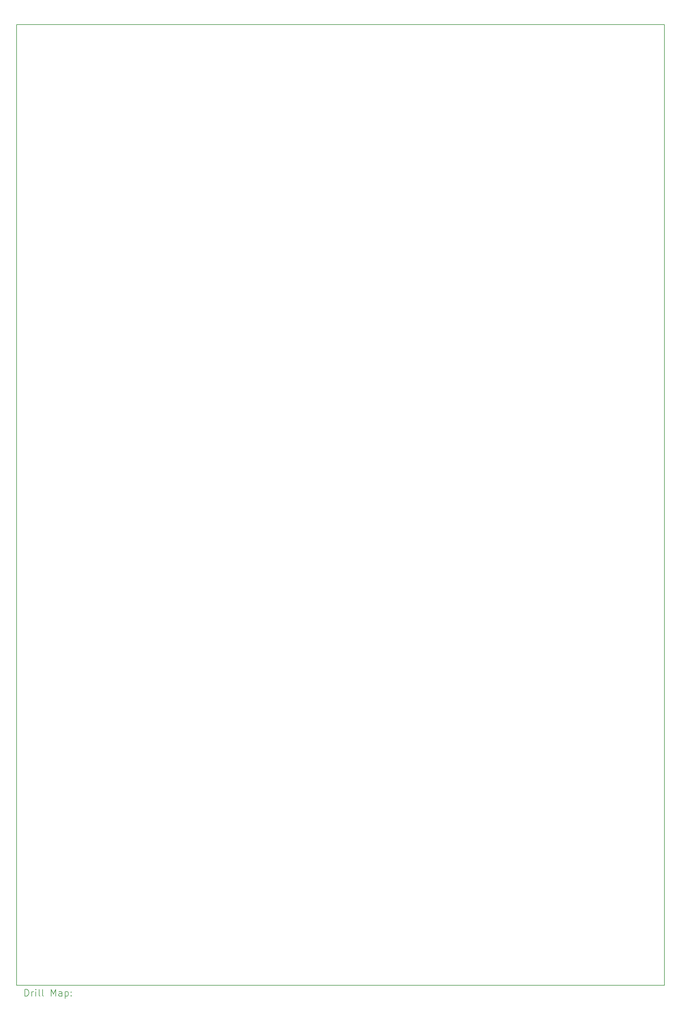
<source format=gbr>
%FSLAX45Y45*%
G04 Gerber Fmt 4.5, Leading zero omitted, Abs format (unit mm)*
G04 Created by KiCad (PCBNEW (6.0.6)) date 2022-10-07 01:41:09*
%MOMM*%
%LPD*%
G01*
G04 APERTURE LIST*
%TA.AperFunction,Profile*%
%ADD10C,0.150000*%
%TD*%
%ADD11C,0.200000*%
G04 APERTURE END LIST*
D10*
X49099987Y-21000000D02*
X29900000Y-21000000D01*
X29900000Y-21000000D02*
X29900000Y7474993D01*
X29900000Y7474993D02*
X49099987Y7474993D01*
X49099987Y7474993D02*
X49099987Y-21000000D01*
D11*
X30150119Y-21317976D02*
X30150119Y-21117976D01*
X30197738Y-21117976D01*
X30226309Y-21127500D01*
X30245357Y-21146548D01*
X30254881Y-21165595D01*
X30264405Y-21203690D01*
X30264405Y-21232262D01*
X30254881Y-21270357D01*
X30245357Y-21289405D01*
X30226309Y-21308452D01*
X30197738Y-21317976D01*
X30150119Y-21317976D01*
X30350119Y-21317976D02*
X30350119Y-21184643D01*
X30350119Y-21222738D02*
X30359643Y-21203690D01*
X30369167Y-21194167D01*
X30388214Y-21184643D01*
X30407262Y-21184643D01*
X30473928Y-21317976D02*
X30473928Y-21184643D01*
X30473928Y-21117976D02*
X30464405Y-21127500D01*
X30473928Y-21137024D01*
X30483452Y-21127500D01*
X30473928Y-21117976D01*
X30473928Y-21137024D01*
X30597738Y-21317976D02*
X30578690Y-21308452D01*
X30569167Y-21289405D01*
X30569167Y-21117976D01*
X30702500Y-21317976D02*
X30683452Y-21308452D01*
X30673928Y-21289405D01*
X30673928Y-21117976D01*
X30931071Y-21317976D02*
X30931071Y-21117976D01*
X30997738Y-21260833D01*
X31064405Y-21117976D01*
X31064405Y-21317976D01*
X31245357Y-21317976D02*
X31245357Y-21213214D01*
X31235833Y-21194167D01*
X31216786Y-21184643D01*
X31178690Y-21184643D01*
X31159643Y-21194167D01*
X31245357Y-21308452D02*
X31226309Y-21317976D01*
X31178690Y-21317976D01*
X31159643Y-21308452D01*
X31150119Y-21289405D01*
X31150119Y-21270357D01*
X31159643Y-21251310D01*
X31178690Y-21241786D01*
X31226309Y-21241786D01*
X31245357Y-21232262D01*
X31340595Y-21184643D02*
X31340595Y-21384643D01*
X31340595Y-21194167D02*
X31359643Y-21184643D01*
X31397738Y-21184643D01*
X31416786Y-21194167D01*
X31426309Y-21203690D01*
X31435833Y-21222738D01*
X31435833Y-21279881D01*
X31426309Y-21298929D01*
X31416786Y-21308452D01*
X31397738Y-21317976D01*
X31359643Y-21317976D01*
X31340595Y-21308452D01*
X31521548Y-21298929D02*
X31531071Y-21308452D01*
X31521548Y-21317976D01*
X31512024Y-21308452D01*
X31521548Y-21298929D01*
X31521548Y-21317976D01*
X31521548Y-21194167D02*
X31531071Y-21203690D01*
X31521548Y-21213214D01*
X31512024Y-21203690D01*
X31521548Y-21194167D01*
X31521548Y-21213214D01*
M02*

</source>
